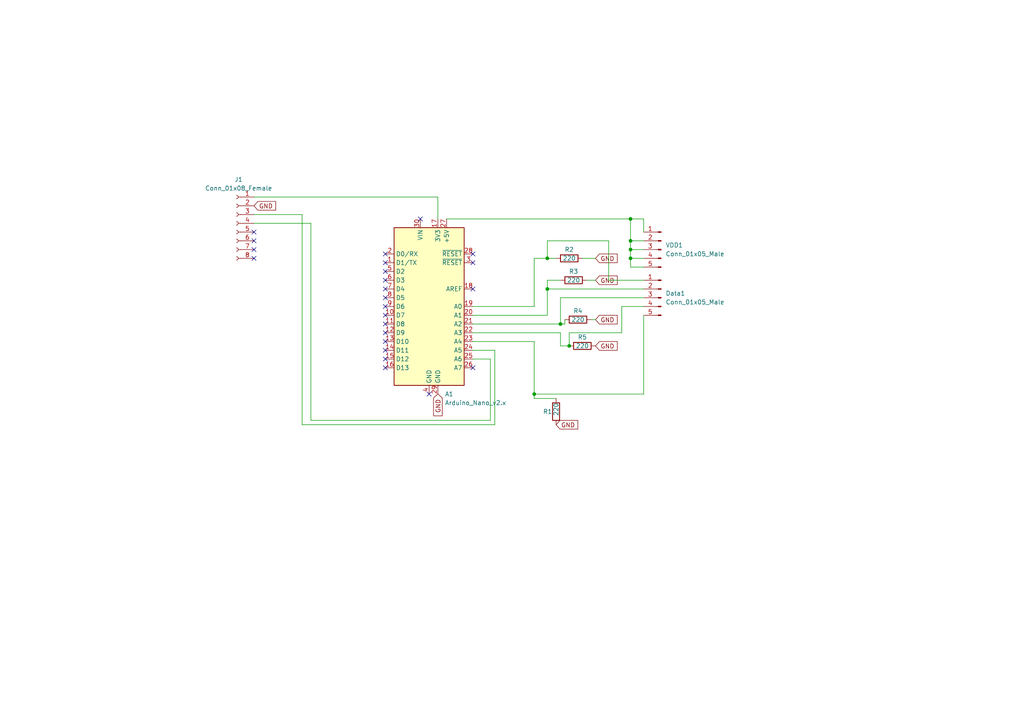
<source format=kicad_sch>
(kicad_sch (version 20211123) (generator eeschema)
  (paper "A4")
  (lib_symbols
    (symbol "Connector:Conn_01x05_Male" (pin_names (offset 1.016) hide)
      (property "Reference" "J" (at 0 7.62 0))
      (property "Value" "Conn_01x05_Male" (at 0 -7.62 0))
      (symbol "Conn_01x05_Male_1_1"
        (polyline (pts (xy 1.27 -5.08) (xy 0.8636 -5.08)) (stroke (width 0.1524)))
        (polyline (pts (xy 1.27 -2.54) (xy 0.8636 -2.54)) (stroke (width 0.1524)))
        (polyline (pts (xy 1.27 0) (xy 0.8636 0)) (stroke (width 0.1524)))
        (polyline (pts (xy 1.27 2.54) (xy 0.8636 2.54)) (stroke (width 0.1524)))
        (polyline (pts (xy 1.27 5.08) (xy 0.8636 5.08)) (stroke (width 0.1524)))
        (rectangle (start 0.8636 -4.953) (end 0 -5.207) (stroke (width 0.1524)) (fill (type outline)))
        (rectangle (start 0.8636 -2.413) (end 0 -2.667) (stroke (width 0.1524)) (fill (type outline)))
        (rectangle (start 0.8636 0.127) (end 0 -0.127) (stroke (width 0.1524)) (fill (type outline)))
        (rectangle (start 0.8636 2.667) (end 0 2.413) (stroke (width 0.1524)) (fill (type outline)))
        (rectangle (start 0.8636 5.207) (end 0 4.953) (stroke (width 0.1524)) (fill (type outline)))
        (pin passive line (at 5.08 5.08 180) (length 3.81) (name "Pin_1") (number "1"))
        (pin passive line (at 5.08 2.54 180) (length 3.81) (name "Pin_2") (number "2"))
        (pin passive line (at 5.08 0 180) (length 3.81) (name "Pin_3") (number "3"))
        (pin passive line (at 5.08 -2.54 180) (length 3.81) (name "Pin_4") (number "4"))
        (pin passive line (at 5.08 -5.08 180) (length 3.81) (name "Pin_5") (number "5"))
      )
    )
    (symbol "Connector:Conn_01x08_Female" (pin_names (offset 1.016) hide)
      (property "Reference" "J" (at 0 10.16 0))
      (property "Value" "Conn_01x08_Female" (at 0 -12.7 0))
      (symbol "Conn_01x08_Female_1_1"
        (arc (start 0 -9.652) (mid -0.508 -10.16) (end 0 -10.668) (stroke (width 0.1524)))
        (arc (start 0 -7.112) (mid -0.508 -7.62) (end 0 -8.128) (stroke (width 0.1524)))
        (arc (start 0 -4.572) (mid -0.508 -5.08) (end 0 -5.588) (stroke (width 0.1524)))
        (arc (start 0 -2.032) (mid -0.508 -2.54) (end 0 -3.048) (stroke (width 0.1524)))
        (polyline (pts (xy -1.27 -10.16) (xy -0.508 -10.16)) (stroke (width 0.1524)))
        (polyline (pts (xy -1.27 -7.62) (xy -0.508 -7.62)) (stroke (width 0.1524)))
        (polyline (pts (xy -1.27 -5.08) (xy -0.508 -5.08)) (stroke (width 0.1524)))
        (polyline (pts (xy -1.27 -2.54) (xy -0.508 -2.54)) (stroke (width 0.1524)))
        (polyline (pts (xy -1.27 0) (xy -0.508 0)) (stroke (width 0.1524)))
        (polyline (pts (xy -1.27 2.54) (xy -0.508 2.54)) (stroke (width 0.1524)))
        (polyline (pts (xy -1.27 5.08) (xy -0.508 5.08)) (stroke (width 0.1524)))
        (polyline (pts (xy -1.27 7.62) (xy -0.508 7.62)) (stroke (width 0.1524)))
        (arc (start 0 0.508) (mid -0.508 0) (end 0 -0.508) (stroke (width 0.1524)))
        (arc (start 0 3.048) (mid -0.508 2.54) (end 0 2.032) (stroke (width 0.1524)))
        (arc (start 0 5.588) (mid -0.508 5.08) (end 0 4.572) (stroke (width 0.1524)))
        (arc (start 0 8.128) (mid -0.508 7.62) (end 0 7.112) (stroke (width 0.1524)))
        (pin passive line (at -5.08 7.62 0) (length 3.81) (name "Pin_1") (number "1"))
        (pin passive line (at -5.08 5.08 0) (length 3.81) (name "Pin_2") (number "2"))
        (pin passive line (at -5.08 2.54 0) (length 3.81) (name "Pin_3") (number "3"))
        (pin passive line (at -5.08 0 0) (length 3.81) (name "Pin_4") (number "4"))
        (pin passive line (at -5.08 -2.54 0) (length 3.81) (name "Pin_5") (number "5"))
        (pin passive line (at -5.08 -5.08 0) (length 3.81) (name "Pin_6") (number "6"))
        (pin passive line (at -5.08 -7.62 0) (length 3.81) (name "Pin_7") (number "7"))
        (pin passive line (at -5.08 -10.16 0) (length 3.81) (name "Pin_8") (number "8"))
      )
    )
    (symbol "Device:R" (pin_numbers hide) (pin_names (offset 0))
      (property "Reference" "R" (at 2.032 0 90))
      (property "Value" "R" (at 0 0 90))
      (symbol "R_0_1"
        (rectangle (start -1.016 -2.54) (end 1.016 2.54) (stroke (width 0.254)))
      )
      (symbol "R_1_1"
        (pin passive line (at 0 3.81 270) (length 1.27) (name "~") (number "1"))
        (pin passive line (at 0 -3.81 90) (length 1.27) (name "~") (number "2"))
      )
    )
    (symbol "MCU_Module:Arduino_Nano_v2.x"
      (property "Reference" "A1" (at 4.5594 -25.4 0))
      (property "Value" "Arduino_Nano_v2.x" (at 4.5594 -27.94 0))
      (symbol "Arduino_Nano_v2.x_0_1"
        (rectangle (start -10.16 22.86) (end 10.16 -22.86) (stroke (width 0.254)) (fill (type background)))
      )
      (symbol "Arduino_Nano_v2.x_1_1"
        (pin bidirectional line (at -12.7 12.7 0) (length 2.54) (name "D1/TX") (number "1"))
        (pin bidirectional line (at -12.7 -2.54 0) (length 2.54) (name "D7") (number "10"))
        (pin bidirectional line (at -12.7 -5.08 0) (length 2.54) (name "D8") (number "11"))
        (pin bidirectional line (at -12.7 -7.62 0) (length 2.54) (name "D9") (number "12"))
        (pin bidirectional line (at -12.7 -10.16 0) (length 2.54) (name "D10") (number "13"))
        (pin bidirectional line (at -12.7 -12.7 0) (length 2.54) (name "D11") (number "14"))
        (pin bidirectional line (at -12.7 -15.24 0) (length 2.54) (name "D12") (number "15"))
        (pin bidirectional line (at -12.7 -17.78 0) (length 2.54) (name "D13") (number "16"))
        (pin power_out line (at 2.54 25.4 270) (length 2.54) (name "3V3") (number "17"))
        (pin input line (at 12.7 5.08 180) (length 2.54) (name "AREF") (number "18"))
        (pin bidirectional line (at 12.7 0 180) (length 2.54) (name "A0") (number "19"))
        (pin bidirectional line (at -12.7 15.24 0) (length 2.54) (name "D0/RX") (number "2"))
        (pin bidirectional line (at 12.7 -2.54 180) (length 2.54) (name "A1") (number "20"))
        (pin bidirectional line (at 12.7 -5.08 180) (length 2.54) (name "A2") (number "21"))
        (pin bidirectional line (at 12.7 -7.62 180) (length 2.54) (name "A3") (number "22"))
        (pin bidirectional line (at 12.7 -10.16 180) (length 2.54) (name "A4") (number "23"))
        (pin bidirectional line (at 12.7 -12.7 180) (length 2.54) (name "A5") (number "24"))
        (pin bidirectional line (at 12.7 -15.24 180) (length 2.54) (name "A6") (number "25"))
        (pin bidirectional line (at 12.7 -17.78 180) (length 2.54) (name "A7") (number "26"))
        (pin power_out line (at 5.08 25.4 270) (length 2.54) (name "+5V") (number "27"))
        (pin input line (at 12.7 15.24 180) (length 2.54) (name "~{RESET}") (number "28"))
        (pin power_out line (at 2.54 -25.4 90) (length 2.54) (name "GND") (number "29"))
        (pin input line (at 12.7 12.7 180) (length 2.54) (name "~{RESET}") (number "3"))
        (pin power_in line (at -2.54 25.4 270) (length 2.54) (name "VIN") (number "30"))
        (pin power_in line (at 0 -25.4 90) (length 2.54) (name "GND") (number "4"))
        (pin bidirectional line (at -12.7 10.16 0) (length 2.54) (name "D2") (number "5"))
        (pin bidirectional line (at -12.7 7.62 0) (length 2.54) (name "D3") (number "6"))
        (pin bidirectional line (at -12.7 5.08 0) (length 2.54) (name "D4") (number "7"))
        (pin bidirectional line (at -12.7 2.54 0) (length 2.54) (name "D5") (number "8"))
        (pin bidirectional line (at -12.7 0 0) (length 2.54) (name "D6") (number "9"))
      )
    )
  )
  (junction (at 158.75 74.93))
  (junction (at 182.88 69.85))
  (junction (at 165.1 100.33))
  (junction (at 182.88 72.39))
  (junction (at 162.56 93.98))
  (junction (at 182.88 63.5))
  (junction (at 158.75 83.82))
  (junction (at 182.88 74.93))
  (junction (at 154.94 114.3))
  (no_connect (at 111.76 86.36))
  (no_connect (at 111.76 88.9))
  (no_connect (at 111.76 91.44))
  (no_connect (at 111.76 93.98))
  (no_connect (at 111.76 96.52))
  (no_connect (at 111.76 99.06))
  (no_connect (at 111.76 101.6))
  (no_connect (at 111.76 73.66))
  (no_connect (at 111.76 76.2))
  (no_connect (at 111.76 78.74))
  (no_connect (at 111.76 81.28))
  (no_connect (at 111.76 83.82))
  (no_connect (at 111.76 104.14))
  (no_connect (at 111.76 106.68))
  (no_connect (at 124.46 114.3))
  (no_connect (at 137.16 106.68))
  (no_connect (at 73.66 67.31))
  (no_connect (at 73.66 69.85))
  (no_connect (at 73.66 72.39))
  (no_connect (at 73.66 74.93))
  (no_connect (at 137.16 73.66))
  (no_connect (at 137.16 76.2))
  (no_connect (at 137.16 83.82))
  (no_connect (at 121.92 63.5))
  (wire (pts (xy 154.94 115.57) (xy 161.29 115.57)))
  (wire (pts (xy 170.18 81.28) (xy 172.72 81.28)))
  (wire (pts (xy 73.66 64.77) (xy 90.17 64.77)))
  (wire (pts (xy 186.69 81.28) (xy 176.53 81.28)))
  (wire (pts (xy 186.69 86.36) (xy 162.56 86.36)))
  (wire (pts (xy 129.54 63.5) (xy 182.88 63.5)))
  (wire (pts (xy 158.75 74.93) (xy 161.29 74.93)))
  (wire (pts (xy 158.75 81.28) (xy 158.75 83.82)))
  (wire (pts (xy 186.69 91.44) (xy 186.69 114.3)))
  (wire (pts (xy 143.51 123.19) (xy 143.51 101.6)))
  (wire (pts (xy 137.16 91.44) (xy 158.75 91.44)))
  (wire (pts (xy 143.51 101.6) (xy 137.16 101.6)))
  (wire (pts (xy 171.45 92.71) (xy 172.72 92.71)))
  (wire (pts (xy 163.83 93.98) (xy 163.83 92.71)))
  (wire (pts (xy 186.69 72.39) (xy 182.88 72.39)))
  (wire (pts (xy 186.69 77.47) (xy 182.88 77.47)))
  (wire (pts (xy 158.75 83.82) (xy 186.69 83.82)))
  (wire (pts (xy 87.63 123.19) (xy 143.51 123.19)))
  (wire (pts (xy 158.75 69.85) (xy 158.75 74.93)))
  (wire (pts (xy 186.69 74.93) (xy 182.88 74.93)))
  (wire (pts (xy 182.88 74.93) (xy 182.88 72.39)))
  (wire (pts (xy 154.94 88.9) (xy 154.94 74.93)))
  (wire (pts (xy 180.34 88.9) (xy 180.34 96.52)))
  (wire (pts (xy 182.88 77.47) (xy 182.88 74.93)))
  (wire (pts (xy 186.69 88.9) (xy 180.34 88.9)))
  (wire (pts (xy 182.88 63.5) (xy 182.88 69.85)))
  (wire (pts (xy 182.88 72.39) (xy 182.88 69.85)))
  (wire (pts (xy 154.94 114.3) (xy 154.94 115.57)))
  (wire (pts (xy 90.17 64.77) (xy 90.17 121.92)))
  (wire (pts (xy 186.69 63.5) (xy 186.69 67.31)))
  (wire (pts (xy 176.53 81.28) (xy 176.53 69.85)))
  (wire (pts (xy 162.56 96.52) (xy 162.56 100.33)))
  (wire (pts (xy 137.16 96.52) (xy 162.56 96.52)))
  (wire (pts (xy 158.75 81.28) (xy 162.56 81.28)))
  (wire (pts (xy 137.16 99.06) (xy 154.94 99.06)))
  (wire (pts (xy 73.66 57.15) (xy 127 57.15)))
  (wire (pts (xy 90.17 121.92) (xy 142.24 121.92)))
  (wire (pts (xy 176.53 69.85) (xy 158.75 69.85)))
  (wire (pts (xy 142.24 104.14) (xy 137.16 104.14)))
  (wire (pts (xy 182.88 63.5) (xy 186.69 63.5)))
  (wire (pts (xy 73.66 62.23) (xy 87.63 62.23)))
  (wire (pts (xy 154.94 74.93) (xy 158.75 74.93)))
  (wire (pts (xy 186.69 69.85) (xy 182.88 69.85)))
  (wire (pts (xy 154.94 114.3) (xy 186.69 114.3)))
  (wire (pts (xy 142.24 104.14) (xy 142.24 121.92)))
  (wire (pts (xy 127 57.15) (xy 127 63.5)))
  (wire (pts (xy 165.1 96.52) (xy 165.1 100.33)))
  (wire (pts (xy 137.16 88.9) (xy 154.94 88.9)))
  (wire (pts (xy 168.91 74.93) (xy 172.72 74.93)))
  (wire (pts (xy 162.56 86.36) (xy 162.56 93.98)))
  (wire (pts (xy 158.75 83.82) (xy 158.75 91.44)))
  (wire (pts (xy 154.94 99.06) (xy 154.94 114.3)))
  (wire (pts (xy 137.16 93.98) (xy 162.56 93.98)))
  (wire (pts (xy 162.56 100.33) (xy 165.1 100.33)))
  (wire (pts (xy 87.63 62.23) (xy 87.63 123.19)))
  (wire (pts (xy 180.34 96.52) (xy 165.1 96.52)))
  (wire (pts (xy 162.56 93.98) (xy 163.83 93.98)))
  (global_label "GND" (shape input) (at 172.72 81.28 0) (property "Intersheet References" "${INTERSHEET_REFS}" (effects hide)))
  (global_label "GND" (shape input) (at 73.66 59.69 0) (property "Intersheet References" "${INTERSHEET_REFS}" (effects hide)))
  (global_label "GND" (shape input) (at 161.29 123.19 0) (property "Intersheet References" "${INTERSHEET_REFS}" (effects hide)))
  (global_label "GND" (shape input) (at 172.72 74.93 0) (property "Intersheet References" "${INTERSHEET_REFS}" (effects hide)))
  (global_label "GND" (shape input) (at 172.72 92.71 0) (property "Intersheet References" "${INTERSHEET_REFS}" (effects hide)))
  (global_label "GND" (shape input) (at 127 114.3 270) (property "Intersheet References" "${INTERSHEET_REFS}" (effects hide)))
  (global_label "GND" (shape input) (at 172.72 100.33 0) (property "Intersheet References" "${INTERSHEET_REFS}" (effects hide)))
  (symbol (lib_id "Device:R") (at 167.64 92.71 90) (unit 1)
    (property "Reference" "R4" (at 167.64 90.17 90))
    (property "Value" "220" (at 167.64 92.71 90))
    (property "Footprint" "Resistor_SMD:R_0805_2012Metric_Pad1.20x1.40mm_HandSolder" (effects hide))
  )
  (symbol (lib_id "Device:R") (at 165.1 74.93 90) (unit 1)
    (property "Reference" "R2" (at 165.1 72.39 90))
    (property "Value" "220" (at 165.1 74.93 90))
    (property "Footprint" "Resistor_SMD:R_0805_2012Metric_Pad1.20x1.40mm_HandSolder" (effects hide))
  )
  (symbol (lib_id "Device:R") (at 166.37 81.28 90) (unit 1)
    (property "Reference" "R3" (at 166.37 78.74 90))
    (property "Value" "220" (at 166.37 81.28 90))
    (property "Footprint" "Resistor_SMD:R_0805_2012Metric_Pad1.20x1.40mm_HandSolder" (effects hide))
  )
  (symbol (lib_id "MCU_Module:Arduino_Nano_v2.x") (at 124.46 88.9 0) (unit 1)
    (property "Reference" "A1" (at 129.0194 114.3 0) (effects (justify left)))
    (property "Value" "Arduino_Nano_v2.x" (at 129.0194 116.84 0) (effects (justify left)))
    (property "Footprint" "Module:Arduino_Nano" (effects hide))
    (property "Datasheet" "https://www.arduino.cc/en/uploads/Main/ArduinoNanoManual23.pdf" (effects hide))
  )
  (symbol (lib_id "Device:R") (at 168.91 100.33 90) (unit 1)
    (property "Reference" "R5" (at 168.91 97.79 90))
    (property "Value" "220" (at 168.91 100.33 90))
    (property "Footprint" "Resistor_SMD:R_0805_2012Metric_Pad1.20x1.40mm_HandSolder" (effects hide))
  )
  (symbol (lib_id "Connector:Conn_01x05_Male") (at 191.77 86.36 0) (mirror y) (unit 1)
    (property "Reference" "Data1" (at 193.04 85.0899 0) (effects (justify right)))
    (property "Value" "Conn_01x05_Male" (at 193.04 87.6299 0) (effects (justify right)))
    (property "Footprint" "Connector_JST:JST_XH_S5B-XH-A-1_1x05_P2.50mm_Horizontal" (effects hide))
  )
  (symbol (lib_id "Connector:Conn_01x08_Female") (at 68.58 64.77 0) (mirror y) (unit 1)
    (property "Reference" "J1" (at 69.215 52.07 0))
    (property "Value" "Conn_01x08_Female" (at 69.215 54.61 0))
    (property "Footprint" "Connector_PinSocket_2.54mm:PinSocket_1x08_P2.54mm_Vertical" (effects hide))
  )
  (symbol (lib_id "Connector:Conn_01x05_Male") (at 191.77 72.39 0) (mirror y) (unit 1)
    (property "Reference" "VDD1" (at 193.04 71.1199 0) (effects (justify right)))
    (property "Value" "Conn_01x05_Male" (at 193.04 73.6599 0) (effects (justify right)))
    (property "Footprint" "Connector_JST:JST_XH_S5B-XH-A-1_1x05_P2.50mm_Horizontal" (effects hide))
  )
  (symbol (lib_id "Device:R") (at 161.29 119.38 0) (unit 1)
    (property "Reference" "R1" (at 157.48 119.38 0) (effects (justify left)))
    (property "Value" "220" (at 161.29 120.65 90) (effects (justify left)))
    (property "Footprint" "Resistor_SMD:R_0805_2012Metric_Pad1.20x1.40mm_HandSolder" (effects hide))
  )
)
</source>
